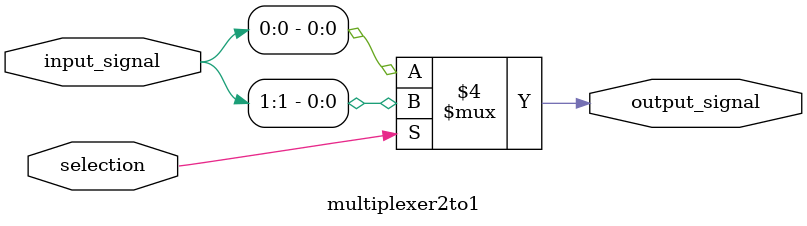
<source format=v>
`ifndef MULTIPLEXER2TO1_V_INCLUDED
	`define MULTIPLEXER2TO1_V_INCLUDED
	`timescale 1ns / 100ps

	module multiplexer2to1(output_signal, input_signal, selection);
		output output_signal;
		input [1:0]input_signal;
		input selection;
		
		/* TODO: 缺乏 output 跟 reg、wire 之間的關係的知識 */
		reg output_signal;
		
		always @ (selection or input_signal)
			begin
				if(selection == 0)
					output_signal = input_signal[0];
				else
					output_signal = input_signal[1];
// 				case(selection)
// 					1'b0 : output_signal = input_signal[0];
// 					1'b1 : output_signal = input_signal[1];
// 					default : output_signal = 1'bx;
// 				endcase
			end

	endmodule
`endif
</source>
